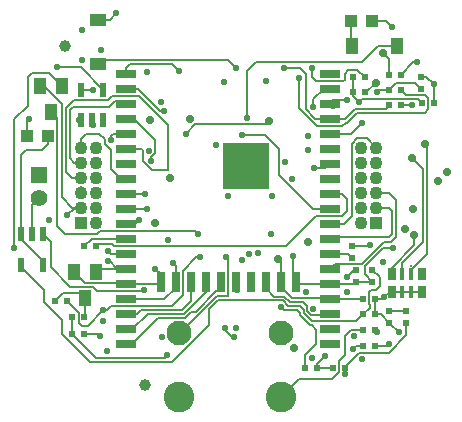
<source format=gbr>
G04 #@! TF.GenerationSoftware,KiCad,Pcbnew,7.0.7*
G04 #@! TF.CreationDate,2024-10-23T00:01:57-07:00*
G04 #@! TF.ProjectId,ESP_POE_1.4b,4553505f-504f-4455-9f31-2e34622e6b69,K*
G04 #@! TF.SameCoordinates,Original*
G04 #@! TF.FileFunction,Copper,L6,Bot*
G04 #@! TF.FilePolarity,Positive*
%FSLAX46Y46*%
G04 Gerber Fmt 4.6, Leading zero omitted, Abs format (unit mm)*
G04 Created by KiCad (PCBNEW 7.0.7) date 2024-10-23 00:01:57*
%MOMM*%
%LPD*%
G01*
G04 APERTURE LIST*
G04 #@! TA.AperFunction,ComponentPad*
%ADD10R,1.400000X1.400000*%
G04 #@! TD*
G04 #@! TA.AperFunction,ComponentPad*
%ADD11C,1.400000*%
G04 #@! TD*
G04 #@! TA.AperFunction,ComponentPad*
%ADD12C,2.100000*%
G04 #@! TD*
G04 #@! TA.AperFunction,ComponentPad*
%ADD13C,2.600000*%
G04 #@! TD*
G04 #@! TA.AperFunction,ComponentPad*
%ADD14R,1.100000X1.100000*%
G04 #@! TD*
G04 #@! TA.AperFunction,ComponentPad*
%ADD15C,1.100000*%
G04 #@! TD*
G04 #@! TA.AperFunction,SMDPad,CuDef*
%ADD16R,0.500000X0.550000*%
G04 #@! TD*
G04 #@! TA.AperFunction,SMDPad,CuDef*
%ADD17R,0.550000X0.500000*%
G04 #@! TD*
G04 #@! TA.AperFunction,ConnectorPad*
%ADD18C,1.000000*%
G04 #@! TD*
G04 #@! TA.AperFunction,SMDPad,CuDef*
%ADD19R,0.635000X1.016000*%
G04 #@! TD*
G04 #@! TA.AperFunction,SMDPad,CuDef*
%ADD20R,0.381000X1.016000*%
G04 #@! TD*
G04 #@! TA.AperFunction,SMDPad,CuDef*
%ADD21R,1.000000X1.400000*%
G04 #@! TD*
G04 #@! TA.AperFunction,SMDPad,CuDef*
%ADD22R,1.016000X1.016000*%
G04 #@! TD*
G04 #@! TA.AperFunction,SMDPad,CuDef*
%ADD23R,0.550000X1.200000*%
G04 #@! TD*
G04 #@! TA.AperFunction,SMDPad,CuDef*
%ADD24R,1.400000X1.000000*%
G04 #@! TD*
G04 #@! TA.AperFunction,SMDPad,CuDef*
%ADD25R,1.800000X0.800000*%
G04 #@! TD*
G04 #@! TA.AperFunction,SMDPad,CuDef*
%ADD26R,0.800000X1.800000*%
G04 #@! TD*
G04 #@! TA.AperFunction,ComponentPad*
%ADD27C,0.700000*%
G04 #@! TD*
G04 #@! TA.AperFunction,ComponentPad*
%ADD28C,1.500000*%
G04 #@! TD*
G04 #@! TA.AperFunction,SMDPad,CuDef*
%ADD29R,3.900000X3.900000*%
G04 #@! TD*
G04 #@! TA.AperFunction,ViaPad*
%ADD30C,0.550000*%
G04 #@! TD*
G04 #@! TA.AperFunction,ViaPad*
%ADD31C,0.700000*%
G04 #@! TD*
G04 #@! TA.AperFunction,Conductor*
%ADD32C,0.203200*%
G04 #@! TD*
G04 #@! TA.AperFunction,Conductor*
%ADD33C,0.200000*%
G04 #@! TD*
G04 APERTURE END LIST*
D10*
X74389520Y-143148050D03*
D11*
X74392060Y-145177510D03*
D12*
X86256400Y-156589400D03*
D13*
X86256400Y-161949400D03*
D12*
X94896400Y-156589400D03*
D13*
X94896400Y-161949400D03*
D14*
X77927200Y-147218400D03*
D15*
X79197200Y-147218400D03*
X77927200Y-145948400D03*
X79197200Y-145948400D03*
X77927200Y-144678400D03*
X79197200Y-144678400D03*
X77927200Y-143408400D03*
X79197200Y-143408400D03*
X77927200Y-142138400D03*
X79197200Y-142138400D03*
X77927200Y-140868400D03*
X79197200Y-140868400D03*
D16*
X105054400Y-137261600D03*
X104038400Y-137261600D03*
D17*
X100888800Y-150215600D03*
X100888800Y-149199600D03*
D18*
X83362800Y-160934400D03*
X76555600Y-132283200D03*
D19*
X104241600Y-151536400D03*
X104241600Y-153060400D03*
D20*
X105130600Y-151536400D03*
X105130600Y-153060400D03*
X105892600Y-151536400D03*
X105892600Y-153060400D03*
D19*
X106781600Y-151536400D03*
X106781600Y-153060400D03*
D16*
X105003600Y-134721600D03*
X103987600Y-134721600D03*
X105003600Y-135991600D03*
X103987600Y-135991600D03*
D17*
X106730800Y-135890000D03*
X106730800Y-134874000D03*
D21*
X74437240Y-135646160D03*
X76339700Y-135646160D03*
X75384660Y-137855960D03*
D17*
X102616000Y-151231600D03*
X102616000Y-152247600D03*
D16*
X101803200Y-154990800D03*
X102819200Y-154990800D03*
D22*
X75107800Y-139852400D03*
X73329800Y-139852400D03*
D23*
X72862400Y-148204400D03*
X73812400Y-148204400D03*
X74762400Y-148204400D03*
X74762400Y-150804400D03*
X72862400Y-150804400D03*
D17*
X101244400Y-151231600D03*
X101244400Y-152247600D03*
D16*
X96926400Y-159512000D03*
X97942400Y-159512000D03*
X106832400Y-137109200D03*
X107848400Y-137109200D03*
X101955600Y-134924800D03*
X100939600Y-134924800D03*
X101803200Y-156311600D03*
X102819200Y-156311600D03*
X101803200Y-157632400D03*
X102819200Y-157632400D03*
D21*
X77348000Y-151384000D03*
X79248000Y-151384000D03*
X78298000Y-153584000D03*
D16*
X102819200Y-153670000D03*
X101803200Y-153670000D03*
D24*
X79349600Y-130027600D03*
X79349600Y-133827600D03*
D17*
X105460800Y-155702000D03*
X105460800Y-154686000D03*
X104038400Y-155702000D03*
X104038400Y-154686000D03*
D21*
X104668400Y-132232400D03*
X100868400Y-132232400D03*
D16*
X100279200Y-159512000D03*
X99263200Y-159512000D03*
X78232000Y-156616400D03*
X77216000Y-156616400D03*
X100990400Y-136194800D03*
X102006400Y-136194800D03*
D25*
X98988000Y-134620000D03*
X98988000Y-135890000D03*
X98988000Y-137160000D03*
X98988000Y-138430000D03*
X98988000Y-139700000D03*
X98988000Y-140970000D03*
X98988000Y-142240000D03*
X98988000Y-143510000D03*
X98988000Y-144780000D03*
X98988000Y-146050000D03*
X98988000Y-147320000D03*
X98988000Y-148590000D03*
X98988000Y-149860000D03*
X98988000Y-151130000D03*
X98988000Y-152400000D03*
D26*
X96103000Y-152280000D03*
D25*
X98988000Y-153670000D03*
D26*
X94833000Y-152280000D03*
D25*
X98988000Y-154940000D03*
D26*
X93563000Y-152280000D03*
D25*
X98988000Y-156210000D03*
D26*
X92293000Y-152280000D03*
D25*
X98988000Y-157480000D03*
D26*
X91023000Y-152280000D03*
X89753000Y-152280000D03*
D25*
X81788000Y-157480000D03*
D26*
X88483000Y-152280000D03*
D25*
X81788000Y-156210000D03*
D26*
X87213000Y-152280000D03*
D25*
X81788000Y-154940000D03*
D26*
X85943000Y-152280000D03*
D25*
X81788000Y-153670000D03*
D26*
X84673000Y-152280000D03*
D25*
X81788000Y-152400000D03*
X81788000Y-151130000D03*
X81788000Y-149860000D03*
X81788000Y-148590000D03*
X81788000Y-147320000D03*
X81788000Y-146050000D03*
X81788000Y-144780000D03*
X81788000Y-143510000D03*
X81788000Y-142240000D03*
X81788000Y-140970000D03*
X81788000Y-139700000D03*
X81788000Y-138430000D03*
X81788000Y-137160000D03*
X81788000Y-135890000D03*
X81788000Y-134620000D03*
D27*
X93288000Y-143120000D03*
X93288000Y-141720000D03*
X92588000Y-143820000D03*
X92588000Y-141020000D03*
D28*
X91888000Y-142420000D03*
D29*
X91888000Y-142420000D03*
D27*
X91188000Y-143820000D03*
X91188000Y-141020000D03*
X90488000Y-143120000D03*
X90488000Y-141720000D03*
D16*
X77216000Y-155194000D03*
X78232000Y-155194000D03*
D23*
X79842400Y-138561600D03*
X78892400Y-138561600D03*
X77942400Y-138561600D03*
X77942400Y-135961600D03*
X79842400Y-135961600D03*
D16*
X79248000Y-149199600D03*
X78232000Y-149199600D03*
D22*
X100761800Y-130149600D03*
X102539800Y-130149600D03*
D16*
X76758800Y-153873200D03*
X75742800Y-153873200D03*
D14*
X102920800Y-147218400D03*
D15*
X101650800Y-147218400D03*
X102920800Y-145948400D03*
X101650800Y-145948400D03*
X102920800Y-144678400D03*
X101650800Y-144678400D03*
X102920800Y-143408400D03*
X101650800Y-143408400D03*
X102920800Y-142138400D03*
X101650800Y-142138400D03*
X102920800Y-140868400D03*
X101650800Y-140868400D03*
D30*
X93573600Y-135261600D03*
X76384400Y-135820400D03*
X72288400Y-149402800D03*
X96367600Y-134975600D03*
X98602800Y-158496000D03*
X104241600Y-130657600D03*
X86207600Y-134367600D03*
X97180400Y-139903200D03*
X104343200Y-149343700D03*
X79774800Y-155549600D03*
X92913200Y-149809200D03*
D31*
X97180400Y-148856298D03*
D30*
X100431600Y-153130000D03*
D31*
X102903979Y-135378187D03*
D30*
X98988000Y-134620000D03*
X103479600Y-150571200D03*
X75239700Y-146964400D03*
X103987600Y-157480000D03*
X95859600Y-150032800D03*
X73558400Y-138430000D03*
D31*
X106070400Y-146100800D03*
D30*
X84767299Y-156925237D03*
X77779700Y-138561600D03*
X78028800Y-130911600D03*
X107797600Y-135483600D03*
X105968800Y-137261600D03*
X77984024Y-133483076D03*
X104827901Y-156514800D03*
X106426000Y-133654800D03*
X79552800Y-156819600D03*
X97586800Y-137464800D03*
X103632000Y-153517600D03*
D31*
X85445600Y-143459200D03*
D30*
X83566000Y-134447100D03*
X97485200Y-134162800D03*
X98988000Y-140970000D03*
X97466400Y-158718000D03*
D31*
X103530400Y-132892800D03*
X100868400Y-132232400D03*
D30*
X99314000Y-137312400D03*
X100489115Y-136874658D03*
X101041200Y-156819600D03*
D31*
X108153200Y-143713200D03*
D30*
X79603600Y-132638800D03*
X94848690Y-154352127D03*
X100431600Y-151841200D03*
X75107800Y-139852400D03*
X90078400Y-135280400D03*
X100252962Y-160044562D03*
X106730800Y-151771600D03*
X84226400Y-151130000D03*
X86798849Y-139687300D03*
D31*
X93850621Y-138610179D03*
D30*
X95148400Y-134162300D03*
X91084400Y-134144000D03*
X80924400Y-129489200D03*
X80453800Y-140258800D03*
X85293200Y-148710400D03*
X104038400Y-154686000D03*
X101701600Y-158800800D03*
D31*
X95961200Y-157835600D03*
D30*
X102972438Y-156515638D03*
D31*
X84226400Y-147269200D03*
D30*
X83874200Y-142036800D03*
X91983560Y-138360400D03*
X97028000Y-153130000D03*
X90220800Y-150114000D03*
X87833200Y-148183600D03*
X76758800Y-146608800D03*
X80162400Y-158108400D03*
X100945292Y-157900100D03*
X98988000Y-144780000D03*
X103022400Y-136120300D03*
X101752400Y-138785600D03*
X75895200Y-134061200D03*
X78943200Y-138988800D03*
X80264103Y-150432480D03*
X101498400Y-137026400D03*
X97688400Y-142627600D03*
X92151200Y-149860000D03*
X91024898Y-156179400D03*
X90881200Y-156921200D03*
X91541600Y-150418800D03*
X90152902Y-156179400D03*
X83261200Y-152940000D03*
D31*
X107086400Y-140565599D03*
X105968800Y-141732000D03*
D30*
X102385801Y-149098000D03*
X95250000Y-142087600D03*
D31*
X105359200Y-147777200D03*
X108966000Y-142900400D03*
D30*
X85750400Y-150622000D03*
D31*
X106172000Y-148234400D03*
D30*
X89357200Y-140614400D03*
X90358280Y-144969957D03*
X95808800Y-143510000D03*
X94005254Y-148208854D03*
X79825600Y-154635200D03*
X88036400Y-150164800D03*
X94132400Y-144969500D03*
X81603600Y-148590000D03*
D31*
X83810951Y-138569200D03*
X87128700Y-138417300D03*
X94640400Y-150317200D03*
D30*
X83566000Y-146050000D03*
X99163106Y-149809029D03*
X83667600Y-141122400D03*
X91541600Y-139801600D03*
X83330800Y-144780000D03*
X97129600Y-141071600D03*
X85007200Y-137787257D03*
X78994000Y-135991600D03*
X82854800Y-147015200D03*
X98450400Y-157378400D03*
X91135700Y-152921239D03*
X92298700Y-152280000D03*
X98704400Y-156210000D03*
X84696128Y-137021528D03*
X80257900Y-149606000D03*
X97611543Y-154533468D03*
X85242400Y-158464000D03*
D32*
X107311000Y-137612800D02*
X107027200Y-137896600D01*
X107311000Y-136681800D02*
X107311000Y-137612800D01*
X101310164Y-137896600D02*
X100446564Y-138760200D01*
X72288400Y-138480800D02*
X73456800Y-137312400D01*
X100040400Y-139058600D02*
X97935600Y-139058600D01*
X75262740Y-134569200D02*
X76339700Y-135646160D01*
X107027200Y-137896600D02*
X101310164Y-137896600D01*
X73456800Y-137312400D02*
X73456800Y-134924800D01*
X72288400Y-149402800D02*
X72288400Y-138480800D01*
X96367600Y-137490600D02*
X96367600Y-134975600D01*
X105003600Y-135991600D02*
X105439800Y-136427800D01*
X73812400Y-134569200D02*
X75262740Y-134569200D01*
X105439800Y-136427800D02*
X107057000Y-136427800D01*
X97935600Y-139058600D02*
X96367600Y-137490600D01*
X76384400Y-135820400D02*
X76384400Y-135690860D01*
X107057000Y-136427800D02*
X107311000Y-136681800D01*
X100446564Y-138760200D02*
X100338800Y-138760200D01*
X76384400Y-135690860D02*
X76339700Y-135646160D01*
X73456800Y-134924800D02*
X73812400Y-134569200D01*
X100338800Y-138760200D02*
X100040400Y-139058600D01*
X73812400Y-145757170D02*
X74392060Y-145177510D01*
X73329800Y-139852400D02*
X73329800Y-138658600D01*
X95859600Y-150032800D02*
X95859600Y-151536600D01*
X102539800Y-130149600D02*
X103733600Y-130149600D01*
X103835200Y-157632400D02*
X103987600Y-157480000D01*
X101092000Y-152400000D02*
X101244400Y-152247600D01*
X86207600Y-134367600D02*
X85647200Y-133807200D01*
X101955600Y-150918400D02*
X101955600Y-151587200D01*
X97942400Y-159156400D02*
X98602800Y-158496000D01*
X101244400Y-152247600D02*
X102616000Y-152247600D01*
X106730800Y-134874000D02*
X107188000Y-134874000D01*
X103530300Y-149343700D02*
X101955600Y-150918400D01*
X102819200Y-157632400D02*
X103835200Y-157632400D01*
D33*
X102006400Y-136194800D02*
X102087366Y-136194800D01*
D32*
X104343200Y-149343700D02*
X103530300Y-149343700D01*
X103733600Y-130149600D02*
X104241600Y-130657600D01*
X73329800Y-138658600D02*
X73558400Y-138430000D01*
X107188000Y-134874000D02*
X107797600Y-135483600D01*
X101955600Y-151587200D02*
X102616000Y-152247600D01*
X98988000Y-152400000D02*
X101092000Y-152400000D01*
X96103000Y-151780000D02*
X96103000Y-152280000D01*
X107848400Y-135534400D02*
X107797600Y-135483600D01*
X97942400Y-159512000D02*
X97942400Y-159156400D01*
X95859600Y-151536600D02*
X96103000Y-151780000D01*
X107848400Y-137109200D02*
X107848400Y-135534400D01*
D33*
X102087366Y-136194800D02*
X102903979Y-135378187D01*
D32*
X96223000Y-152400000D02*
X96103000Y-152280000D01*
X98988000Y-152400000D02*
X96223000Y-152400000D01*
X77779700Y-138561600D02*
X77942400Y-138561600D01*
X85647200Y-133807200D02*
X82092800Y-133807200D01*
X99263200Y-159512000D02*
X97942400Y-159512000D01*
X99148700Y-134459300D02*
X98988000Y-134620000D01*
X81788000Y-134112000D02*
X81788000Y-134620000D01*
X73812400Y-148204400D02*
X73812400Y-145757170D01*
X82092800Y-133807200D02*
X81788000Y-134112000D01*
X104038400Y-155725299D02*
X104038400Y-155702000D01*
X104241600Y-153060400D02*
X105130600Y-153060400D01*
X106781600Y-153060400D02*
X105892600Y-153060400D01*
X79349600Y-156616400D02*
X79552800Y-156819600D01*
X105892600Y-153060400D02*
X105130600Y-153060400D01*
X103632000Y-153517600D02*
X103479600Y-153670000D01*
X104089200Y-153060400D02*
X104241600Y-153060400D01*
X105968800Y-137261600D02*
X105054400Y-137261600D01*
X78232000Y-156616400D02*
X79349600Y-156616400D01*
X104827901Y-156514800D02*
X104038400Y-155725299D01*
X103632000Y-153517600D02*
X104089200Y-153060400D01*
X98488000Y-135890000D02*
X97586800Y-136791200D01*
X106070400Y-133654800D02*
X106426000Y-133654800D01*
X98988000Y-135890000D02*
X98488000Y-135890000D01*
X102819200Y-154990800D02*
X103327200Y-154990800D01*
X97586800Y-136791200D02*
X97586800Y-137464800D01*
X103327200Y-154990800D02*
X104038400Y-155702000D01*
X103479600Y-153670000D02*
X102819200Y-153670000D01*
X105003600Y-134721600D02*
X106070400Y-133654800D01*
X102819200Y-153670000D02*
X102819200Y-154990800D01*
X100253800Y-134645400D02*
X100584000Y-134315200D01*
X97485200Y-134874400D02*
X97859400Y-135248600D01*
X100116600Y-135248600D02*
X100253800Y-135111400D01*
X101346000Y-134315200D02*
X101955600Y-134924800D01*
X97859400Y-135248600D02*
X100116600Y-135248600D01*
X100253800Y-135111400D02*
X100253800Y-134645400D01*
X100584000Y-134315200D02*
X101346000Y-134315200D01*
X97485200Y-134162800D02*
X97485200Y-134874400D01*
X100489115Y-136874658D02*
X99273342Y-136874658D01*
X103987600Y-134721600D02*
X103987600Y-133350000D01*
X98988000Y-137160000D02*
X99161600Y-137160000D01*
X103987600Y-133350000D02*
X103530400Y-132892800D01*
X99161600Y-137160000D02*
X99314000Y-137312400D01*
X99273342Y-136874658D02*
X98988000Y-137160000D01*
D33*
X100761800Y-130149600D02*
X100761800Y-132125800D01*
X100761800Y-132125800D02*
X100868400Y-132232400D01*
D32*
X96206365Y-154624200D02*
X96447543Y-154865378D01*
X95120763Y-154624200D02*
X96206365Y-154624200D01*
X97859400Y-157461400D02*
X96926400Y-158394400D01*
X97343529Y-155911600D02*
X97493765Y-155911600D01*
X97859400Y-156277235D02*
X97859400Y-157461400D01*
X96926400Y-158394400D02*
X96926400Y-159512000D01*
X97493765Y-155911600D02*
X97859400Y-156277235D01*
X96447543Y-154865378D02*
X96447543Y-155015614D01*
X94848690Y-154352127D02*
X95120763Y-154624200D01*
X96447543Y-155015614D02*
X97343529Y-155911600D01*
X101041200Y-151231600D02*
X100431600Y-151841200D01*
X101244400Y-151231600D02*
X101041200Y-151231600D01*
X72862400Y-141493200D02*
X72862400Y-148204400D01*
X73253600Y-141071600D02*
X72847200Y-141478000D01*
X74762400Y-150804400D02*
X74762400Y-150505200D01*
X74625200Y-141071600D02*
X73253600Y-141071600D01*
X75107800Y-139852400D02*
X75107800Y-140589000D01*
X72862400Y-148605200D02*
X72862400Y-148204400D01*
X72847200Y-141478000D02*
X72862400Y-141493200D01*
X74762400Y-150505200D02*
X72862400Y-148605200D01*
X75107800Y-140589000D02*
X74625200Y-141071600D01*
X105460800Y-155702000D02*
X105460800Y-156771183D01*
X100279200Y-160018324D02*
X100279200Y-159512000D01*
X100279200Y-159410400D02*
X100279200Y-159512000D01*
X103989983Y-158242000D02*
X101447600Y-158242000D01*
X105460800Y-156771183D02*
X103989983Y-158242000D01*
X100252962Y-160044562D02*
X100279200Y-160018324D01*
X101447600Y-158242000D02*
X100279200Y-159410400D01*
X81700600Y-152312600D02*
X81788000Y-152400000D01*
X106781600Y-151536400D02*
X106781600Y-151720800D01*
X77348000Y-151384000D02*
X78276600Y-152312600D01*
X84673000Y-152280000D02*
X84673000Y-151576600D01*
X93850621Y-138610179D02*
X93596800Y-138864000D01*
X93596800Y-138864000D02*
X87622149Y-138864000D01*
X106781600Y-151720800D02*
X106730800Y-151771600D01*
X84673000Y-151576600D02*
X84226400Y-151130000D01*
X84553000Y-152400000D02*
X84673000Y-152280000D01*
X87622149Y-138864000D02*
X86798849Y-139687300D01*
X78276600Y-152312600D02*
X81700600Y-152312600D01*
X81788000Y-152400000D02*
X84553000Y-152400000D01*
X103733600Y-137566400D02*
X101173390Y-137566400D01*
X100309790Y-138430000D02*
X98988000Y-138430000D01*
X79725600Y-133451600D02*
X90392000Y-133451600D01*
X101173390Y-137566400D02*
X100309790Y-138430000D01*
X79349600Y-133827600D02*
X79725600Y-133451600D01*
X96977200Y-134620000D02*
X96519500Y-134162300D01*
X98988000Y-138430000D02*
X97787617Y-138430000D01*
X96977200Y-137619583D02*
X96977200Y-134620000D01*
X96519500Y-134162300D02*
X95148400Y-134162300D01*
X97787617Y-138430000D02*
X96977200Y-137619583D01*
X90392000Y-133451600D02*
X91084400Y-134144000D01*
X104038400Y-137261600D02*
X103733600Y-137566400D01*
X80924400Y-129489200D02*
X80386000Y-130027600D01*
X80386000Y-130027600D02*
X79349600Y-130027600D01*
X80453800Y-140258800D02*
X80453800Y-139916600D01*
X80453800Y-139916600D02*
X80670400Y-139700000D01*
X105460800Y-154686000D02*
X104038400Y-154686000D01*
X80670400Y-139700000D02*
X81788000Y-139700000D01*
X102819200Y-156362400D02*
X102972438Y-156515638D01*
X102819200Y-156311600D02*
X102819200Y-156362400D01*
X83876198Y-141626000D02*
X84171200Y-141330998D01*
X82397600Y-138430000D02*
X81788000Y-138430000D01*
X83874200Y-142036800D02*
X83874200Y-141626000D01*
X84171200Y-140203600D02*
X82397600Y-138430000D01*
X84171200Y-141330998D02*
X84171200Y-140203600D01*
X83874200Y-141626000D02*
X83876198Y-141626000D01*
X91983560Y-138360400D02*
X91983560Y-134381240D01*
X91983560Y-134381240D02*
X92742500Y-133622300D01*
D33*
X104668400Y-132232400D02*
X103124000Y-132232400D01*
D32*
X101734100Y-133622300D02*
X103124000Y-132232400D01*
X92742500Y-133622300D02*
X101734100Y-133622300D01*
X100279200Y-156817217D02*
X100279200Y-158441590D01*
X86302811Y-156589400D02*
X89483611Y-153408600D01*
X75384660Y-137855960D02*
X75895200Y-138366500D01*
X100817317Y-156279100D02*
X100279200Y-156817217D01*
X79333107Y-148183600D02*
X79557807Y-147958900D01*
X101770700Y-156279100D02*
X100817317Y-156279100D01*
X101803200Y-156311600D02*
X101770700Y-156279100D01*
X86256400Y-156589400D02*
X86302811Y-156589400D01*
X75895200Y-147472400D02*
X76606400Y-148183600D01*
X90381600Y-153408600D02*
X90381600Y-150274800D01*
X75895200Y-138366500D02*
X75895200Y-147472400D01*
X96419400Y-160426400D02*
X94896400Y-161949400D01*
X76606400Y-148183600D02*
X79333107Y-148183600D01*
X79557807Y-147958900D02*
X87608500Y-147958900D01*
X99749362Y-159889438D02*
X99749362Y-158971428D01*
X99749362Y-158971428D02*
X100279200Y-158441590D01*
X89483611Y-153408600D02*
X90381600Y-153408600D01*
X99212400Y-160426400D02*
X99749362Y-159889438D01*
X87608500Y-147958900D02*
X87833200Y-148183600D01*
X99212400Y-160426400D02*
X96419400Y-160426400D01*
X90381600Y-150274800D02*
X90220800Y-150114000D01*
X75742800Y-153873200D02*
X76403200Y-153212800D01*
X78298000Y-155128000D02*
X78232000Y-155194000D01*
X78298000Y-153584000D02*
X78298000Y-155128000D01*
X77926800Y-153212800D02*
X78298000Y-153584000D01*
X76403200Y-153212800D02*
X77926800Y-153212800D01*
X77216000Y-145948400D02*
X76352400Y-145084800D01*
X76352400Y-137210800D02*
X74787760Y-135646160D01*
X77419200Y-145948400D02*
X77927200Y-145948400D01*
X77927200Y-145948400D02*
X77216000Y-145948400D01*
X76758800Y-146608800D02*
X77419200Y-145948400D01*
X76352400Y-145084800D02*
X76352400Y-137210800D01*
X100945292Y-157900100D02*
X101212992Y-157632400D01*
X74787760Y-135646160D02*
X74437240Y-135646160D01*
X74157840Y-135646160D02*
X74437240Y-135646160D01*
X101212992Y-157632400D02*
X101803200Y-157632400D01*
X95319400Y-149231400D02*
X97859400Y-146691400D01*
X79248000Y-149199600D02*
X79382100Y-149065500D01*
X80748400Y-149231400D02*
X95319400Y-149231400D01*
X100482400Y-145186400D02*
X100076000Y-144780000D01*
X80582500Y-149065500D02*
X80748400Y-149231400D01*
X100076000Y-144780000D02*
X98988000Y-144780000D01*
X100027600Y-146691400D02*
X100482400Y-146236600D01*
X100482400Y-146236600D02*
X100482400Y-145186400D01*
X97859400Y-146691400D02*
X100027600Y-146691400D01*
X79382100Y-149065500D02*
X80582500Y-149065500D01*
X100838000Y-139700000D02*
X98988000Y-139700000D01*
X104597200Y-135382000D02*
X103987600Y-135991600D01*
X103151100Y-135991600D02*
X103022400Y-136120300D01*
X103987600Y-135991600D02*
X103151100Y-135991600D01*
X101752400Y-138785600D02*
X100838000Y-139700000D01*
X106222800Y-135382000D02*
X104597200Y-135382000D01*
X106730800Y-135890000D02*
X106222800Y-135382000D01*
X75895200Y-134061200D02*
X77942000Y-134061200D01*
X77942000Y-134061200D02*
X79842400Y-135961600D01*
X81026000Y-151130000D02*
X80314800Y-150418800D01*
X81788000Y-151130000D02*
X81026000Y-151130000D01*
X78892400Y-138561600D02*
X78892400Y-138938000D01*
X81788000Y-151130000D02*
X79502000Y-151130000D01*
X78892400Y-138938000D02*
X78943200Y-138988800D01*
X79502000Y-151130000D02*
X79248000Y-151384000D01*
X101766800Y-136758000D02*
X106481200Y-136758000D01*
X100939600Y-134924800D02*
X100939600Y-136144000D01*
X101498400Y-137026400D02*
X101766800Y-136758000D01*
X100990400Y-136194800D02*
X100990400Y-136518400D01*
X106481200Y-136758000D02*
X106832400Y-137109200D01*
X97688400Y-142627600D02*
X98600400Y-142627600D01*
X100939600Y-136144000D02*
X100990400Y-136194800D01*
X98600400Y-142627600D02*
X98988000Y-142240000D01*
X100990400Y-136518400D02*
X101498400Y-137026400D01*
X90152902Y-156294502D02*
X90830400Y-156972000D01*
X90152902Y-156179400D02*
X90152902Y-156294502D01*
X78949000Y-152654000D02*
X77037000Y-152654000D01*
X75387200Y-148829200D02*
X74762400Y-148204400D01*
X75387200Y-151004200D02*
X75387200Y-148829200D01*
X79323600Y-153028600D02*
X83172600Y-153028600D01*
X78949000Y-152654000D02*
X79323600Y-153028600D01*
X77037000Y-152654000D02*
X75387200Y-151004200D01*
X83172600Y-153028600D02*
X83261200Y-152940000D01*
D33*
X105892600Y-151218900D02*
X107211800Y-149899700D01*
D32*
X105968800Y-150825200D02*
X105892600Y-150901400D01*
D33*
X105892600Y-151536400D02*
X105892600Y-151218900D01*
X107211800Y-140690999D02*
X107086400Y-140565599D01*
X107211800Y-149899700D02*
X107211800Y-140690999D01*
D32*
X106883200Y-148853774D02*
X106883200Y-142646400D01*
X105130600Y-150606374D02*
X106883200Y-148853774D01*
X105130600Y-151536400D02*
X105130600Y-150606374D01*
X106883200Y-142646400D02*
X105968800Y-141732000D01*
X100888800Y-149199600D02*
X100888800Y-148996400D01*
X102284201Y-149199600D02*
X102385801Y-149098000D01*
X100888800Y-149199600D02*
X102284201Y-149199600D01*
X81788000Y-153670000D02*
X84988400Y-153670000D01*
X85750400Y-150622000D02*
X85943000Y-150814600D01*
X85943000Y-152715400D02*
X85943000Y-152280000D01*
X85943000Y-150814600D02*
X85943000Y-152280000D01*
X84988400Y-153670000D02*
X85943000Y-152715400D01*
X104241600Y-151028400D02*
X104241600Y-151536400D01*
X106172000Y-148234400D02*
X106172000Y-149098000D01*
X106172000Y-149098000D02*
X104241600Y-151028400D01*
X82914926Y-154260500D02*
X85643500Y-154260500D01*
X85643500Y-154260500D02*
X86571600Y-153332400D01*
X80460800Y-154311400D02*
X82864026Y-154311400D01*
X79825600Y-154635200D02*
X80137000Y-154635200D01*
X86571600Y-151274000D02*
X87680800Y-150164800D01*
X82864026Y-154311400D02*
X82914926Y-154260500D01*
X78011800Y-155956000D02*
X78504800Y-155956000D01*
X77753400Y-155697600D02*
X78011800Y-155956000D01*
X87680800Y-150164800D02*
X88036400Y-150164800D01*
X77753400Y-154867800D02*
X77753400Y-155697600D01*
X78504800Y-155956000D02*
X79825600Y-154635200D01*
X86571600Y-153332400D02*
X86571600Y-151274000D01*
X80137000Y-154635200D02*
X80460800Y-154311400D01*
X76758800Y-153873200D02*
X77753400Y-154867800D01*
X96777743Y-154588143D02*
X96777743Y-154878840D01*
X101212600Y-155581400D02*
X101803200Y-154990800D01*
X74822974Y-153969374D02*
X76352400Y-155498800D01*
X103225600Y-152620200D02*
X103225600Y-151841200D01*
X103225600Y-151841200D02*
X102616000Y-151231600D01*
X102514400Y-152908000D02*
X102937800Y-152908000D01*
X102937800Y-152908000D02*
X103225600Y-152620200D01*
X88798400Y-154560784D02*
X89547402Y-153811782D01*
X76767100Y-157081900D02*
X76775500Y-157081900D01*
X88798400Y-155855614D02*
X88798400Y-154560784D01*
X96777743Y-154878840D02*
X97480303Y-155581400D01*
X85650014Y-159004000D02*
X88798400Y-155855614D01*
X76775500Y-157081900D02*
X78697600Y-159004000D01*
X76352400Y-156667200D02*
X76767100Y-157081900D01*
X72862400Y-150942000D02*
X74822974Y-152902574D01*
X102378700Y-154415300D02*
X102378700Y-154173600D01*
X96483600Y-154294000D02*
X96777743Y-154588143D01*
X102378700Y-154173600D02*
X102340600Y-154135500D01*
X89547402Y-153811782D02*
X95019836Y-153811782D01*
X97480303Y-155581400D02*
X101212600Y-155581400D01*
X101803200Y-154990800D02*
X102378700Y-154415300D01*
X95019836Y-153811782D02*
X95502054Y-154294000D01*
X74822974Y-152902574D02*
X74822974Y-153969374D01*
X78697600Y-159004000D02*
X85650014Y-159004000D01*
X76352400Y-155498800D02*
X76352400Y-156667200D01*
X95502054Y-154294000D02*
X96483600Y-154294000D01*
X102340600Y-153081800D02*
X102514400Y-152908000D01*
X102340600Y-154135500D02*
X102340600Y-153081800D01*
X72862400Y-150804400D02*
X72862400Y-150942000D01*
X78841600Y-148590000D02*
X78232000Y-149199600D01*
X81788000Y-148590000D02*
X78841600Y-148590000D01*
X101803200Y-153670000D02*
X98988000Y-153670000D01*
X94833000Y-152691000D02*
X95775600Y-153633600D01*
X98951600Y-153633600D02*
X98988000Y-153670000D01*
X95775600Y-153633600D02*
X98951600Y-153633600D01*
X94833000Y-152280000D02*
X94833000Y-150509800D01*
X94833000Y-151962000D02*
X94833000Y-152280000D01*
X94833000Y-152280000D02*
X94833000Y-152691000D01*
X94833000Y-150509800D02*
X94640400Y-150317200D01*
X83566000Y-146050000D02*
X81788000Y-146050000D01*
X100533200Y-149860000D02*
X100888800Y-150215600D01*
X98988000Y-149860000D02*
X100533200Y-149860000D01*
X104038400Y-148437600D02*
X99140400Y-148437600D01*
X104267000Y-146227800D02*
X104267000Y-148209000D01*
X99140400Y-148437600D02*
X98988000Y-148590000D01*
X102920800Y-145948400D02*
X103987600Y-145948400D01*
X103987600Y-145948400D02*
X104267000Y-146227800D01*
X104267000Y-148209000D02*
X104038400Y-148437600D01*
X97584417Y-146050000D02*
X98988000Y-146050000D01*
X93550600Y-139801600D02*
X94709500Y-140960500D01*
X94709500Y-143175083D02*
X97584417Y-146050000D01*
X94709500Y-140960500D02*
X94709500Y-143175083D01*
X91541600Y-139801600D02*
X93550600Y-139801600D01*
X77927200Y-144678400D02*
X77927200Y-144148900D01*
X77927200Y-144148900D02*
X77978000Y-144148900D01*
X83330800Y-144780000D02*
X81788000Y-144780000D01*
X100872200Y-146676200D02*
X100228400Y-147320000D01*
X101328293Y-140089800D02*
X100872200Y-140545893D01*
X102142200Y-140089800D02*
X101328293Y-140089800D01*
X102920800Y-140868400D02*
X102142200Y-140089800D01*
X100228400Y-147320000D02*
X98988000Y-147320000D01*
X100872200Y-140545893D02*
X100872200Y-146676200D01*
X104597200Y-145288000D02*
X104597200Y-148437600D01*
X103566926Y-148840100D02*
X101712826Y-150694200D01*
X104597200Y-148437600D02*
X104194700Y-148840100D01*
X101712826Y-150694200D02*
X99423800Y-150694200D01*
X103987600Y-144678400D02*
X104597200Y-145288000D01*
X99423800Y-150694200D02*
X98988000Y-151130000D01*
X102920800Y-144678400D02*
X103987600Y-144678400D01*
X104194700Y-148840100D02*
X103566926Y-148840100D01*
X77012800Y-137677774D02*
X77225774Y-137464800D01*
X80269174Y-137464800D02*
X80834274Y-136899700D01*
X77012800Y-141782800D02*
X77012800Y-137677774D01*
X77225774Y-137464800D02*
X80269174Y-137464800D01*
X82048300Y-136899700D02*
X81788000Y-137160000D01*
X77368400Y-142138400D02*
X77012800Y-141782800D01*
X77927200Y-142138400D02*
X77368400Y-142138400D01*
X80834274Y-136899700D02*
X82048300Y-136899700D01*
X79950200Y-140173600D02*
X79486387Y-139709787D01*
X77927200Y-140106400D02*
X77927200Y-140868400D01*
X79950200Y-140574174D02*
X79950200Y-140173600D01*
X80467200Y-142689200D02*
X80467200Y-141091174D01*
X80467200Y-141091174D02*
X79950200Y-140574174D01*
X81288000Y-143510000D02*
X80467200Y-142689200D01*
X78323813Y-139709787D02*
X77927200Y-140106400D01*
X79486387Y-139709787D02*
X78323813Y-139709787D01*
X81788000Y-143510000D02*
X81288000Y-143510000D01*
X83058000Y-140970000D02*
X83164000Y-141076000D01*
X83164000Y-141076000D02*
X83164000Y-142041200D01*
X77149383Y-143408400D02*
X77927200Y-143408400D01*
X85293200Y-138984200D02*
X82827600Y-136518600D01*
X83164000Y-142041200D02*
X83921600Y-142798800D01*
X85242400Y-142798800D02*
X85293200Y-142748000D01*
X80543600Y-136518600D02*
X80211600Y-136850600D01*
X77373000Y-136850600D02*
X76682600Y-137541000D01*
X80211600Y-136850600D02*
X77373000Y-136850600D01*
X76682600Y-137541000D02*
X76682600Y-142941617D01*
X76682600Y-142941617D02*
X77149383Y-143408400D01*
X85293200Y-142748000D02*
X85293200Y-138984200D01*
X83921600Y-142798800D02*
X85242400Y-142798800D01*
X81788000Y-140970000D02*
X83058000Y-140970000D01*
X82827600Y-136518600D02*
X80543600Y-136518600D01*
X82755917Y-135890000D02*
X81788000Y-135890000D01*
X85007200Y-137787257D02*
X84653174Y-137787257D01*
X84653174Y-137787257D02*
X82755917Y-135890000D01*
X82550000Y-147320000D02*
X82854800Y-147015200D01*
X81788000Y-147320000D02*
X82550000Y-147320000D01*
X78973200Y-135961600D02*
X78994000Y-135940800D01*
X77942400Y-135961600D02*
X78973200Y-135961600D01*
X88483000Y-152280000D02*
X88483000Y-153080774D01*
X88483000Y-153080774D02*
X86640442Y-154923332D01*
X83582668Y-154923332D02*
X82296000Y-156210000D01*
X86640442Y-154923332D02*
X83582668Y-154923332D01*
X82296000Y-156210000D02*
X81788000Y-156210000D01*
X83051700Y-154590700D02*
X82702400Y-154940000D01*
X82702400Y-154940000D02*
X81788000Y-154940000D01*
X87213000Y-153883800D02*
X86503668Y-154593132D01*
X83064300Y-154590700D02*
X83051700Y-154590700D01*
X86503668Y-154593132D02*
X83066732Y-154593132D01*
X83066732Y-154593132D02*
X83064300Y-154590700D01*
X87213000Y-152280000D02*
X87213000Y-153883800D01*
X89753000Y-152280000D02*
X89753000Y-152780000D01*
X87633818Y-154787600D02*
X87243148Y-154787600D01*
X89381118Y-153040300D02*
X87633818Y-154787600D01*
X84471668Y-155253532D02*
X82245200Y-157480000D01*
X89492700Y-153040300D02*
X89381118Y-153040300D01*
X89753000Y-152780000D02*
X89492700Y-153040300D01*
X87243148Y-154787600D02*
X86777215Y-155253532D01*
X82245200Y-157480000D02*
X81788000Y-157480000D01*
X86777215Y-155253532D02*
X84471668Y-155253532D01*
X98552000Y-157480000D02*
X98450400Y-157378400D01*
X91023000Y-152808539D02*
X91023000Y-152280000D01*
X98988000Y-157480000D02*
X98552000Y-157480000D01*
X91135700Y-152921239D02*
X91023000Y-152808539D01*
X93563000Y-152280000D02*
X93563000Y-152780000D01*
X95638827Y-153963800D02*
X96763000Y-153963800D01*
X94264582Y-153481582D02*
X95156608Y-153481582D01*
X98890932Y-155037068D02*
X98988000Y-154940000D01*
X97402945Y-155037068D02*
X98890932Y-155037068D01*
X96763000Y-153963800D02*
X97107943Y-154308743D01*
X95156608Y-153481582D02*
X95638827Y-153963800D01*
X93563000Y-152780000D02*
X94264582Y-153481582D01*
X97107943Y-154308743D02*
X97107943Y-154742066D01*
X97107943Y-154742066D02*
X97402945Y-155037068D01*
X98988000Y-156210000D02*
X98704400Y-156210000D01*
X92298700Y-152280000D02*
X92293000Y-152280000D01*
X81788000Y-149860000D02*
X80511900Y-149860000D01*
X80511900Y-149860000D02*
X80257900Y-149606000D01*
X85058000Y-158648400D02*
X85242400Y-158464000D01*
X77216000Y-156616400D02*
X79248000Y-158648400D01*
X77216000Y-155194000D02*
X77216000Y-156616400D01*
X79248000Y-158648400D02*
X83667600Y-158648400D01*
X83667600Y-158648400D02*
X85058000Y-158648400D01*
M02*

</source>
